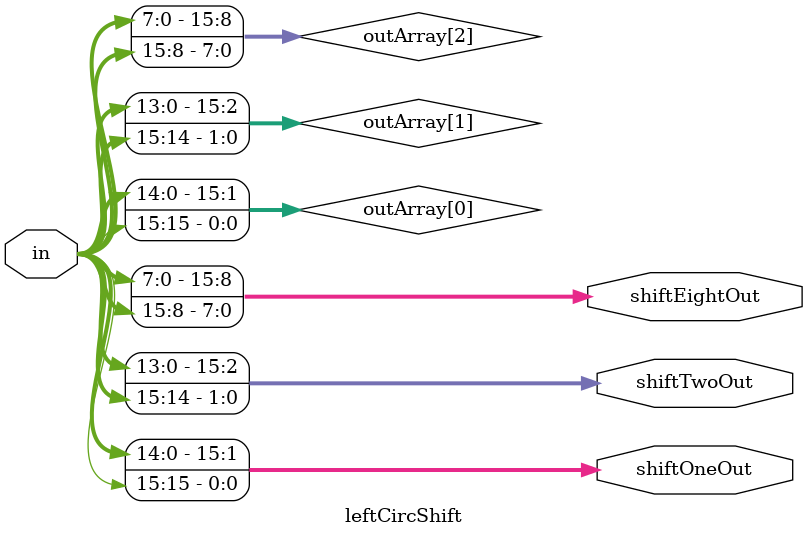
<source format=v>
`timescale 1ns / 1ps

module leftCircShift #(parameter n = 16)(           // Default to smallest word size 16
        input [n-1:0] in,
        output [n-1:0] shiftOneOut, shiftTwoOut, shiftEightOut
    );
    
    reg [n-1:0] outArray [2:0]; 
    
    always @ * begin
        outArray[0] = { in[n-2:0], in[n-1] };       // 1-bit left circular shift
        outArray[1] = { in[n-3:0], in[n-1:n-2] };   // 2-bit left circular shift
        outArray[2] = { in[n-9:0], in[n-1:n-8] };   // 8-bit left circular shift
    end
    
    assign shiftOneOut = outArray[0];
    assign shiftTwoOut = outArray[1];
    assign shiftEightOut = outArray[2];
    
endmodule

</source>
